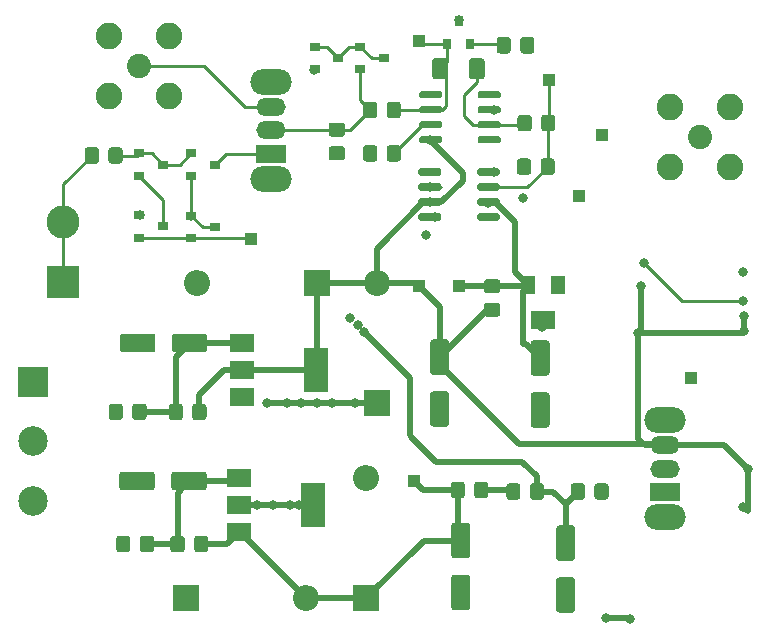
<source format=gbr>
%TF.GenerationSoftware,KiCad,Pcbnew,(5.1.8-0-10_14)*%
%TF.CreationDate,2022-02-24T11:51:48-06:00*%
%TF.ProjectId,SAQ_KiCad,5341515f-4b69-4436-9164-2e6b69636164,rev?*%
%TF.SameCoordinates,Original*%
%TF.FileFunction,Copper,L1,Top*%
%TF.FilePolarity,Positive*%
%FSLAX46Y46*%
G04 Gerber Fmt 4.6, Leading zero omitted, Abs format (unit mm)*
G04 Created by KiCad (PCBNEW (5.1.8-0-10_14)) date 2022-02-24 11:51:48*
%MOMM*%
%LPD*%
G01*
G04 APERTURE LIST*
%TA.AperFunction,ComponentPad*%
%ADD10C,2.250000*%
%TD*%
%TA.AperFunction,ComponentPad*%
%ADD11C,2.050000*%
%TD*%
%TA.AperFunction,ComponentPad*%
%ADD12R,1.000000X1.000000*%
%TD*%
%TA.AperFunction,SMDPad,CuDef*%
%ADD13R,2.000000X1.500000*%
%TD*%
%TA.AperFunction,SMDPad,CuDef*%
%ADD14R,2.000000X3.800000*%
%TD*%
%TA.AperFunction,ComponentPad*%
%ADD15O,3.500000X2.200000*%
%TD*%
%TA.AperFunction,ComponentPad*%
%ADD16O,2.500000X1.500000*%
%TD*%
%TA.AperFunction,ComponentPad*%
%ADD17R,2.500000X1.500000*%
%TD*%
%TA.AperFunction,SMDPad,CuDef*%
%ADD18R,1.300000X1.600000*%
%TD*%
%TA.AperFunction,SMDPad,CuDef*%
%ADD19R,2.000000X1.600000*%
%TD*%
%TA.AperFunction,SMDPad,CuDef*%
%ADD20R,0.800000X0.900000*%
%TD*%
%TA.AperFunction,SMDPad,CuDef*%
%ADD21R,0.900000X0.800000*%
%TD*%
%TA.AperFunction,ComponentPad*%
%ADD22C,2.500000*%
%TD*%
%TA.AperFunction,ComponentPad*%
%ADD23R,2.500000X2.500000*%
%TD*%
%TA.AperFunction,ComponentPad*%
%ADD24C,2.800000*%
%TD*%
%TA.AperFunction,ComponentPad*%
%ADD25R,2.800000X2.800000*%
%TD*%
%TA.AperFunction,ComponentPad*%
%ADD26O,2.200000X2.200000*%
%TD*%
%TA.AperFunction,ComponentPad*%
%ADD27R,2.200000X2.200000*%
%TD*%
%TA.AperFunction,ViaPad*%
%ADD28C,0.800000*%
%TD*%
%TA.AperFunction,Conductor*%
%ADD29C,0.500000*%
%TD*%
%TA.AperFunction,Conductor*%
%ADD30C,0.250000*%
%TD*%
G04 APERTURE END LIST*
D10*
%TO.P,J3,2*%
%TO.N,GND*%
X115570000Y-23876000D03*
X115570000Y-18796000D03*
X120650000Y-18796000D03*
X120650000Y-23876000D03*
D11*
%TO.P,J3,1*%
%TO.N,Net-(J3-Pad1)*%
X118110000Y-21336000D03*
%TD*%
D10*
%TO.P,J4,2*%
%TO.N,GND*%
X163068000Y-29845000D03*
X163068000Y-24765000D03*
X168148000Y-24765000D03*
X168148000Y-29845000D03*
D11*
%TO.P,J4,1*%
%TO.N,Net-(J4-Pad1)*%
X165608000Y-27305000D03*
%TD*%
%TO.P,U4,8*%
%TO.N,GND*%
%TA.AperFunction,SMDPad,CuDef*%
G36*
G01*
X143726000Y-33949500D02*
X143726000Y-34249500D01*
G75*
G02*
X143576000Y-34399500I-150000J0D01*
G01*
X141926000Y-34399500D01*
G75*
G02*
X141776000Y-34249500I0J150000D01*
G01*
X141776000Y-33949500D01*
G75*
G02*
X141926000Y-33799500I150000J0D01*
G01*
X143576000Y-33799500D01*
G75*
G02*
X143726000Y-33949500I0J-150000D01*
G01*
G37*
%TD.AperFunction*%
%TO.P,U4,7*%
%TO.N,+3V3*%
%TA.AperFunction,SMDPad,CuDef*%
G36*
G01*
X143726000Y-32679500D02*
X143726000Y-32979500D01*
G75*
G02*
X143576000Y-33129500I-150000J0D01*
G01*
X141926000Y-33129500D01*
G75*
G02*
X141776000Y-32979500I0J150000D01*
G01*
X141776000Y-32679500D01*
G75*
G02*
X141926000Y-32529500I150000J0D01*
G01*
X143576000Y-32529500D01*
G75*
G02*
X143726000Y-32679500I0J-150000D01*
G01*
G37*
%TD.AperFunction*%
%TO.P,U4,6*%
%TO.N,Net-(R16-Pad2)*%
%TA.AperFunction,SMDPad,CuDef*%
G36*
G01*
X143726000Y-31409500D02*
X143726000Y-31709500D01*
G75*
G02*
X143576000Y-31859500I-150000J0D01*
G01*
X141926000Y-31859500D01*
G75*
G02*
X141776000Y-31709500I0J150000D01*
G01*
X141776000Y-31409500D01*
G75*
G02*
X141926000Y-31259500I150000J0D01*
G01*
X143576000Y-31259500D01*
G75*
G02*
X143726000Y-31409500I0J-150000D01*
G01*
G37*
%TD.AperFunction*%
%TO.P,U4,5*%
%TO.N,N/C*%
%TA.AperFunction,SMDPad,CuDef*%
G36*
G01*
X143726000Y-30139500D02*
X143726000Y-30439500D01*
G75*
G02*
X143576000Y-30589500I-150000J0D01*
G01*
X141926000Y-30589500D01*
G75*
G02*
X141776000Y-30439500I0J150000D01*
G01*
X141776000Y-30139500D01*
G75*
G02*
X141926000Y-29989500I150000J0D01*
G01*
X143576000Y-29989500D01*
G75*
G02*
X143726000Y-30139500I0J-150000D01*
G01*
G37*
%TD.AperFunction*%
%TO.P,U4,4*%
%TO.N,GND*%
%TA.AperFunction,SMDPad,CuDef*%
G36*
G01*
X148676000Y-30139500D02*
X148676000Y-30439500D01*
G75*
G02*
X148526000Y-30589500I-150000J0D01*
G01*
X146876000Y-30589500D01*
G75*
G02*
X146726000Y-30439500I0J150000D01*
G01*
X146726000Y-30139500D01*
G75*
G02*
X146876000Y-29989500I150000J0D01*
G01*
X148526000Y-29989500D01*
G75*
G02*
X148676000Y-30139500I0J-150000D01*
G01*
G37*
%TD.AperFunction*%
%TO.P,U4,3*%
%TO.N,Net-(R13-Pad2)*%
%TA.AperFunction,SMDPad,CuDef*%
G36*
G01*
X148676000Y-31409500D02*
X148676000Y-31709500D01*
G75*
G02*
X148526000Y-31859500I-150000J0D01*
G01*
X146876000Y-31859500D01*
G75*
G02*
X146726000Y-31709500I0J150000D01*
G01*
X146726000Y-31409500D01*
G75*
G02*
X146876000Y-31259500I150000J0D01*
G01*
X148526000Y-31259500D01*
G75*
G02*
X148676000Y-31409500I0J-150000D01*
G01*
G37*
%TD.AperFunction*%
%TO.P,U4,2*%
%TO.N,VDD*%
%TA.AperFunction,SMDPad,CuDef*%
G36*
G01*
X148676000Y-32679500D02*
X148676000Y-32979500D01*
G75*
G02*
X148526000Y-33129500I-150000J0D01*
G01*
X146876000Y-33129500D01*
G75*
G02*
X146726000Y-32979500I0J150000D01*
G01*
X146726000Y-32679500D01*
G75*
G02*
X146876000Y-32529500I150000J0D01*
G01*
X148526000Y-32529500D01*
G75*
G02*
X148676000Y-32679500I0J-150000D01*
G01*
G37*
%TD.AperFunction*%
%TO.P,U4,1*%
%TO.N,N/C*%
%TA.AperFunction,SMDPad,CuDef*%
G36*
G01*
X148676000Y-33949500D02*
X148676000Y-34249500D01*
G75*
G02*
X148526000Y-34399500I-150000J0D01*
G01*
X146876000Y-34399500D01*
G75*
G02*
X146726000Y-34249500I0J150000D01*
G01*
X146726000Y-33949500D01*
G75*
G02*
X146876000Y-33799500I150000J0D01*
G01*
X148526000Y-33799500D01*
G75*
G02*
X148676000Y-33949500I0J-150000D01*
G01*
G37*
%TD.AperFunction*%
%TD*%
D12*
%TO.P,TP9,1*%
%TO.N,VEE*%
X127635000Y-35941000D03*
%TD*%
%TO.P,TP8,1*%
%TO.N,VDD*%
X145224500Y-39941500D03*
%TD*%
%TO.P,TP7,1*%
%TO.N,-3V3*%
X141414500Y-56451500D03*
%TD*%
%TO.P,TP6,1*%
%TO.N,+3V3*%
X141795500Y-39941500D03*
%TD*%
%TO.P,TP5,1*%
%TO.N,CLK*%
X164846000Y-47688500D03*
%TD*%
%TO.P,TP4,1*%
%TO.N,Net-(R15-Pad2)*%
X157289500Y-27178000D03*
%TD*%
%TO.P,TP3,1*%
%TO.N,Net-(C8-Pad1)*%
X155384500Y-32321500D03*
%TD*%
%TO.P,TP2,1*%
%TO.N,Net-(R13-Pad2)*%
X152844500Y-22479000D03*
%TD*%
%TO.P,TP1,1*%
%TO.N,Net-(C7-Pad1)*%
X141859000Y-19177000D03*
%TD*%
%TO.P,U3,8*%
%TO.N,Net-(U3-Pad8)*%
%TA.AperFunction,SMDPad,CuDef*%
G36*
G01*
X146795620Y-23911700D02*
X146795620Y-23611700D01*
G75*
G02*
X146945620Y-23461700I150000J0D01*
G01*
X148595620Y-23461700D01*
G75*
G02*
X148745620Y-23611700I0J-150000D01*
G01*
X148745620Y-23911700D01*
G75*
G02*
X148595620Y-24061700I-150000J0D01*
G01*
X146945620Y-24061700D01*
G75*
G02*
X146795620Y-23911700I0J150000D01*
G01*
G37*
%TD.AperFunction*%
%TO.P,U3,7*%
%TO.N,-3V3*%
%TA.AperFunction,SMDPad,CuDef*%
G36*
G01*
X146795620Y-25181700D02*
X146795620Y-24881700D01*
G75*
G02*
X146945620Y-24731700I150000J0D01*
G01*
X148595620Y-24731700D01*
G75*
G02*
X148745620Y-24881700I0J-150000D01*
G01*
X148745620Y-25181700D01*
G75*
G02*
X148595620Y-25331700I-150000J0D01*
G01*
X146945620Y-25331700D01*
G75*
G02*
X146795620Y-25181700I0J150000D01*
G01*
G37*
%TD.AperFunction*%
%TO.P,U3,6*%
%TO.N,Net-(C7-Pad2)*%
%TA.AperFunction,SMDPad,CuDef*%
G36*
G01*
X146795620Y-26451700D02*
X146795620Y-26151700D01*
G75*
G02*
X146945620Y-26001700I150000J0D01*
G01*
X148595620Y-26001700D01*
G75*
G02*
X148745620Y-26151700I0J-150000D01*
G01*
X148745620Y-26451700D01*
G75*
G02*
X148595620Y-26601700I-150000J0D01*
G01*
X146945620Y-26601700D01*
G75*
G02*
X146795620Y-26451700I0J150000D01*
G01*
G37*
%TD.AperFunction*%
%TO.P,U3,5*%
%TO.N,Net-(U3-Pad5)*%
%TA.AperFunction,SMDPad,CuDef*%
G36*
G01*
X146795620Y-27721700D02*
X146795620Y-27421700D01*
G75*
G02*
X146945620Y-27271700I150000J0D01*
G01*
X148595620Y-27271700D01*
G75*
G02*
X148745620Y-27421700I0J-150000D01*
G01*
X148745620Y-27721700D01*
G75*
G02*
X148595620Y-27871700I-150000J0D01*
G01*
X146945620Y-27871700D01*
G75*
G02*
X146795620Y-27721700I0J150000D01*
G01*
G37*
%TD.AperFunction*%
%TO.P,U3,4*%
%TO.N,+3V3*%
%TA.AperFunction,SMDPad,CuDef*%
G36*
G01*
X141845620Y-27721700D02*
X141845620Y-27421700D01*
G75*
G02*
X141995620Y-27271700I150000J0D01*
G01*
X143645620Y-27271700D01*
G75*
G02*
X143795620Y-27421700I0J-150000D01*
G01*
X143795620Y-27721700D01*
G75*
G02*
X143645620Y-27871700I-150000J0D01*
G01*
X141995620Y-27871700D01*
G75*
G02*
X141845620Y-27721700I0J150000D01*
G01*
G37*
%TD.AperFunction*%
%TO.P,U3,3*%
%TO.N,Net-(R12-Pad2)*%
%TA.AperFunction,SMDPad,CuDef*%
G36*
G01*
X141845620Y-26451700D02*
X141845620Y-26151700D01*
G75*
G02*
X141995620Y-26001700I150000J0D01*
G01*
X143645620Y-26001700D01*
G75*
G02*
X143795620Y-26151700I0J-150000D01*
G01*
X143795620Y-26451700D01*
G75*
G02*
X143645620Y-26601700I-150000J0D01*
G01*
X141995620Y-26601700D01*
G75*
G02*
X141845620Y-26451700I0J150000D01*
G01*
G37*
%TD.AperFunction*%
%TO.P,U3,2*%
%TO.N,Net-(C7-Pad1)*%
%TA.AperFunction,SMDPad,CuDef*%
G36*
G01*
X141845620Y-25181700D02*
X141845620Y-24881700D01*
G75*
G02*
X141995620Y-24731700I150000J0D01*
G01*
X143645620Y-24731700D01*
G75*
G02*
X143795620Y-24881700I0J-150000D01*
G01*
X143795620Y-25181700D01*
G75*
G02*
X143645620Y-25331700I-150000J0D01*
G01*
X141995620Y-25331700D01*
G75*
G02*
X141845620Y-25181700I0J150000D01*
G01*
G37*
%TD.AperFunction*%
%TO.P,U3,1*%
%TO.N,Net-(U3-Pad1)*%
%TA.AperFunction,SMDPad,CuDef*%
G36*
G01*
X141845620Y-23911700D02*
X141845620Y-23611700D01*
G75*
G02*
X141995620Y-23461700I150000J0D01*
G01*
X143645620Y-23461700D01*
G75*
G02*
X143795620Y-23611700I0J-150000D01*
G01*
X143795620Y-23911700D01*
G75*
G02*
X143645620Y-24061700I-150000J0D01*
G01*
X141995620Y-24061700D01*
G75*
G02*
X141845620Y-23911700I0J150000D01*
G01*
G37*
%TD.AperFunction*%
%TD*%
D13*
%TO.P,U2,1*%
%TO.N,Net-(C2-Pad2)*%
X126580500Y-56183500D03*
%TO.P,U2,3*%
%TO.N,-3V3*%
X126580500Y-60783500D03*
%TO.P,U2,2*%
%TO.N,Net-(D2-Pad2)*%
X126580500Y-58483500D03*
D14*
X132880500Y-58483500D03*
%TD*%
D13*
%TO.P,U1,1*%
%TO.N,Net-(C1-Pad1)*%
X126841720Y-44761120D03*
%TO.P,U1,3*%
%TO.N,Net-(D1-Pad1)*%
X126841720Y-49361120D03*
%TO.P,U1,2*%
%TO.N,+3V3*%
X126841720Y-47061120D03*
D14*
X133141720Y-47061120D03*
%TD*%
D15*
%TO.P,SW2,*%
%TO.N,*%
X162687000Y-51299500D03*
X162687000Y-59499500D03*
D16*
%TO.P,SW2,3*%
%TO.N,+3V3*%
X162687000Y-53399500D03*
%TO.P,SW2,2*%
%TO.N,Net-(SW2-Pad2)*%
X162687000Y-55399500D03*
D17*
%TO.P,SW2,1*%
%TO.N,GND*%
X162687000Y-57399500D03*
%TD*%
D15*
%TO.P,SW1,*%
%TO.N,*%
X129286000Y-22665500D03*
X129286000Y-30865500D03*
D16*
%TO.P,SW1,3*%
%TO.N,Net-(J3-Pad1)*%
X129286000Y-24765500D03*
%TO.P,SW1,2*%
%TO.N,Net-(Q5-Pad2)*%
X129286000Y-26765500D03*
D17*
%TO.P,SW1,1*%
%TO.N,Net-(Q3-Pad3)*%
X129286000Y-28765500D03*
%TD*%
D18*
%TO.P,RV1,3*%
%TO.N,VDD*%
X151086500Y-39888500D03*
D19*
%TO.P,RV1,2*%
%TO.N,GND*%
X152336500Y-42788500D03*
D18*
%TO.P,RV1,1*%
X153586500Y-39888500D03*
%TD*%
%TO.P,R16,2*%
%TO.N,Net-(R16-Pad2)*%
%TA.AperFunction,SMDPad,CuDef*%
G36*
G01*
X151317500Y-29394999D02*
X151317500Y-30295001D01*
G75*
G02*
X151067501Y-30545000I-249999J0D01*
G01*
X150367499Y-30545000D01*
G75*
G02*
X150117500Y-30295001I0J249999D01*
G01*
X150117500Y-29394999D01*
G75*
G02*
X150367499Y-29145000I249999J0D01*
G01*
X151067501Y-29145000D01*
G75*
G02*
X151317500Y-29394999I0J-249999D01*
G01*
G37*
%TD.AperFunction*%
%TO.P,R16,1*%
%TO.N,Net-(R13-Pad2)*%
%TA.AperFunction,SMDPad,CuDef*%
G36*
G01*
X153317500Y-29394999D02*
X153317500Y-30295001D01*
G75*
G02*
X153067501Y-30545000I-249999J0D01*
G01*
X152367499Y-30545000D01*
G75*
G02*
X152117500Y-30295001I0J249999D01*
G01*
X152117500Y-29394999D01*
G75*
G02*
X152367499Y-29145000I249999J0D01*
G01*
X153067501Y-29145000D01*
G75*
G02*
X153317500Y-29394999I0J-249999D01*
G01*
G37*
%TD.AperFunction*%
%TD*%
%TO.P,R14,2*%
%TO.N,Net-(Q7-Pad2)*%
%TA.AperFunction,SMDPad,CuDef*%
G36*
G01*
X149603000Y-19107999D02*
X149603000Y-20008001D01*
G75*
G02*
X149353001Y-20258000I-249999J0D01*
G01*
X148652999Y-20258000D01*
G75*
G02*
X148403000Y-20008001I0J249999D01*
G01*
X148403000Y-19107999D01*
G75*
G02*
X148652999Y-18858000I249999J0D01*
G01*
X149353001Y-18858000D01*
G75*
G02*
X149603000Y-19107999I0J-249999D01*
G01*
G37*
%TD.AperFunction*%
%TO.P,R14,1*%
%TO.N,GND*%
%TA.AperFunction,SMDPad,CuDef*%
G36*
G01*
X151603000Y-19107999D02*
X151603000Y-20008001D01*
G75*
G02*
X151353001Y-20258000I-249999J0D01*
G01*
X150652999Y-20258000D01*
G75*
G02*
X150403000Y-20008001I0J249999D01*
G01*
X150403000Y-19107999D01*
G75*
G02*
X150652999Y-18858000I249999J0D01*
G01*
X151353001Y-18858000D01*
G75*
G02*
X151603000Y-19107999I0J-249999D01*
G01*
G37*
%TD.AperFunction*%
%TD*%
%TO.P,R13,2*%
%TO.N,Net-(R13-Pad2)*%
%TA.AperFunction,SMDPad,CuDef*%
G36*
G01*
X152165000Y-26596001D02*
X152165000Y-25695999D01*
G75*
G02*
X152414999Y-25446000I249999J0D01*
G01*
X153115001Y-25446000D01*
G75*
G02*
X153365000Y-25695999I0J-249999D01*
G01*
X153365000Y-26596001D01*
G75*
G02*
X153115001Y-26846000I-249999J0D01*
G01*
X152414999Y-26846000D01*
G75*
G02*
X152165000Y-26596001I0J249999D01*
G01*
G37*
%TD.AperFunction*%
%TO.P,R13,1*%
%TO.N,Net-(C7-Pad2)*%
%TA.AperFunction,SMDPad,CuDef*%
G36*
G01*
X150165000Y-26596001D02*
X150165000Y-25695999D01*
G75*
G02*
X150414999Y-25446000I249999J0D01*
G01*
X151115001Y-25446000D01*
G75*
G02*
X151365000Y-25695999I0J-249999D01*
G01*
X151365000Y-26596001D01*
G75*
G02*
X151115001Y-26846000I-249999J0D01*
G01*
X150414999Y-26846000D01*
G75*
G02*
X150165000Y-26596001I0J249999D01*
G01*
G37*
%TD.AperFunction*%
%TD*%
%TO.P,R12,2*%
%TO.N,Net-(R12-Pad2)*%
%TA.AperFunction,SMDPad,CuDef*%
G36*
G01*
X139093400Y-29162161D02*
X139093400Y-28262159D01*
G75*
G02*
X139343399Y-28012160I249999J0D01*
G01*
X140043401Y-28012160D01*
G75*
G02*
X140293400Y-28262159I0J-249999D01*
G01*
X140293400Y-29162161D01*
G75*
G02*
X140043401Y-29412160I-249999J0D01*
G01*
X139343399Y-29412160D01*
G75*
G02*
X139093400Y-29162161I0J249999D01*
G01*
G37*
%TD.AperFunction*%
%TO.P,R12,1*%
%TO.N,GND*%
%TA.AperFunction,SMDPad,CuDef*%
G36*
G01*
X137093400Y-29162161D02*
X137093400Y-28262159D01*
G75*
G02*
X137343399Y-28012160I249999J0D01*
G01*
X138043401Y-28012160D01*
G75*
G02*
X138293400Y-28262159I0J-249999D01*
G01*
X138293400Y-29162161D01*
G75*
G02*
X138043401Y-29412160I-249999J0D01*
G01*
X137343399Y-29412160D01*
G75*
G02*
X137093400Y-29162161I0J249999D01*
G01*
G37*
%TD.AperFunction*%
%TD*%
%TO.P,R11,2*%
%TO.N,Net-(C7-Pad1)*%
%TA.AperFunction,SMDPad,CuDef*%
G36*
G01*
X139093400Y-25484241D02*
X139093400Y-24584239D01*
G75*
G02*
X139343399Y-24334240I249999J0D01*
G01*
X140043401Y-24334240D01*
G75*
G02*
X140293400Y-24584239I0J-249999D01*
G01*
X140293400Y-25484241D01*
G75*
G02*
X140043401Y-25734240I-249999J0D01*
G01*
X139343399Y-25734240D01*
G75*
G02*
X139093400Y-25484241I0J249999D01*
G01*
G37*
%TD.AperFunction*%
%TO.P,R11,1*%
%TO.N,Net-(Q5-Pad2)*%
%TA.AperFunction,SMDPad,CuDef*%
G36*
G01*
X137093400Y-25484241D02*
X137093400Y-24584239D01*
G75*
G02*
X137343399Y-24334240I249999J0D01*
G01*
X138043401Y-24334240D01*
G75*
G02*
X138293400Y-24584239I0J-249999D01*
G01*
X138293400Y-25484241D01*
G75*
G02*
X138043401Y-25734240I-249999J0D01*
G01*
X137343399Y-25734240D01*
G75*
G02*
X137093400Y-25484241I0J249999D01*
G01*
G37*
%TD.AperFunction*%
%TD*%
%TO.P,R10,2*%
%TO.N,Net-(Q5-Pad2)*%
%TA.AperFunction,SMDPad,CuDef*%
G36*
G01*
X135324001Y-27302000D02*
X134423999Y-27302000D01*
G75*
G02*
X134174000Y-27052001I0J249999D01*
G01*
X134174000Y-26351999D01*
G75*
G02*
X134423999Y-26102000I249999J0D01*
G01*
X135324001Y-26102000D01*
G75*
G02*
X135574000Y-26351999I0J-249999D01*
G01*
X135574000Y-27052001D01*
G75*
G02*
X135324001Y-27302000I-249999J0D01*
G01*
G37*
%TD.AperFunction*%
%TO.P,R10,1*%
%TO.N,GND*%
%TA.AperFunction,SMDPad,CuDef*%
G36*
G01*
X135324001Y-29302000D02*
X134423999Y-29302000D01*
G75*
G02*
X134174000Y-29052001I0J249999D01*
G01*
X134174000Y-28351999D01*
G75*
G02*
X134423999Y-28102000I249999J0D01*
G01*
X135324001Y-28102000D01*
G75*
G02*
X135574000Y-28351999I0J-249999D01*
G01*
X135574000Y-29052001D01*
G75*
G02*
X135324001Y-29302000I-249999J0D01*
G01*
G37*
%TD.AperFunction*%
%TD*%
%TO.P,R9,2*%
%TO.N,VEE*%
%TA.AperFunction,SMDPad,CuDef*%
G36*
G01*
X155873500Y-56890499D02*
X155873500Y-57790501D01*
G75*
G02*
X155623501Y-58040500I-249999J0D01*
G01*
X154923499Y-58040500D01*
G75*
G02*
X154673500Y-57790501I0J249999D01*
G01*
X154673500Y-56890499D01*
G75*
G02*
X154923499Y-56640500I249999J0D01*
G01*
X155623501Y-56640500D01*
G75*
G02*
X155873500Y-56890499I0J-249999D01*
G01*
G37*
%TD.AperFunction*%
%TO.P,R9,1*%
%TO.N,GND*%
%TA.AperFunction,SMDPad,CuDef*%
G36*
G01*
X157873500Y-56890499D02*
X157873500Y-57790501D01*
G75*
G02*
X157623501Y-58040500I-249999J0D01*
G01*
X156923499Y-58040500D01*
G75*
G02*
X156673500Y-57790501I0J249999D01*
G01*
X156673500Y-56890499D01*
G75*
G02*
X156923499Y-56640500I249999J0D01*
G01*
X157623501Y-56640500D01*
G75*
G02*
X157873500Y-56890499I0J-249999D01*
G01*
G37*
%TD.AperFunction*%
%TD*%
%TO.P,R8,2*%
%TO.N,Net-(R6-Pad1)*%
%TA.AperFunction,SMDPad,CuDef*%
G36*
G01*
X150412500Y-56890499D02*
X150412500Y-57790501D01*
G75*
G02*
X150162501Y-58040500I-249999J0D01*
G01*
X149462499Y-58040500D01*
G75*
G02*
X149212500Y-57790501I0J249999D01*
G01*
X149212500Y-56890499D01*
G75*
G02*
X149462499Y-56640500I249999J0D01*
G01*
X150162501Y-56640500D01*
G75*
G02*
X150412500Y-56890499I0J-249999D01*
G01*
G37*
%TD.AperFunction*%
%TO.P,R8,1*%
%TO.N,VEE*%
%TA.AperFunction,SMDPad,CuDef*%
G36*
G01*
X152412500Y-56890499D02*
X152412500Y-57790501D01*
G75*
G02*
X152162501Y-58040500I-249999J0D01*
G01*
X151462499Y-58040500D01*
G75*
G02*
X151212500Y-57790501I0J249999D01*
G01*
X151212500Y-56890499D01*
G75*
G02*
X151462499Y-56640500I249999J0D01*
G01*
X152162501Y-56640500D01*
G75*
G02*
X152412500Y-56890499I0J-249999D01*
G01*
G37*
%TD.AperFunction*%
%TD*%
%TO.P,R7,2*%
%TO.N,+3V3*%
%TA.AperFunction,SMDPad,CuDef*%
G36*
G01*
X147568499Y-41357500D02*
X148468501Y-41357500D01*
G75*
G02*
X148718500Y-41607499I0J-249999D01*
G01*
X148718500Y-42307501D01*
G75*
G02*
X148468501Y-42557500I-249999J0D01*
G01*
X147568499Y-42557500D01*
G75*
G02*
X147318500Y-42307501I0J249999D01*
G01*
X147318500Y-41607499D01*
G75*
G02*
X147568499Y-41357500I249999J0D01*
G01*
G37*
%TD.AperFunction*%
%TO.P,R7,1*%
%TO.N,VDD*%
%TA.AperFunction,SMDPad,CuDef*%
G36*
G01*
X147568499Y-39357500D02*
X148468501Y-39357500D01*
G75*
G02*
X148718500Y-39607499I0J-249999D01*
G01*
X148718500Y-40307501D01*
G75*
G02*
X148468501Y-40557500I-249999J0D01*
G01*
X147568499Y-40557500D01*
G75*
G02*
X147318500Y-40307501I0J249999D01*
G01*
X147318500Y-39607499D01*
G75*
G02*
X147568499Y-39357500I249999J0D01*
G01*
G37*
%TD.AperFunction*%
%TD*%
%TO.P,R6,2*%
%TO.N,-3V3*%
%TA.AperFunction,SMDPad,CuDef*%
G36*
G01*
X145697500Y-56763499D02*
X145697500Y-57663501D01*
G75*
G02*
X145447501Y-57913500I-249999J0D01*
G01*
X144747499Y-57913500D01*
G75*
G02*
X144497500Y-57663501I0J249999D01*
G01*
X144497500Y-56763499D01*
G75*
G02*
X144747499Y-56513500I249999J0D01*
G01*
X145447501Y-56513500D01*
G75*
G02*
X145697500Y-56763499I0J-249999D01*
G01*
G37*
%TD.AperFunction*%
%TO.P,R6,1*%
%TO.N,Net-(R6-Pad1)*%
%TA.AperFunction,SMDPad,CuDef*%
G36*
G01*
X147697500Y-56763499D02*
X147697500Y-57663501D01*
G75*
G02*
X147447501Y-57913500I-249999J0D01*
G01*
X146747499Y-57913500D01*
G75*
G02*
X146497500Y-57663501I0J249999D01*
G01*
X146497500Y-56763499D01*
G75*
G02*
X146747499Y-56513500I249999J0D01*
G01*
X147447501Y-56513500D01*
G75*
G02*
X147697500Y-56763499I0J-249999D01*
G01*
G37*
%TD.AperFunction*%
%TD*%
%TO.P,R5,2*%
%TO.N,-3V3*%
%TA.AperFunction,SMDPad,CuDef*%
G36*
G01*
X122780500Y-62235501D02*
X122780500Y-61335499D01*
G75*
G02*
X123030499Y-61085500I249999J0D01*
G01*
X123730501Y-61085500D01*
G75*
G02*
X123980500Y-61335499I0J-249999D01*
G01*
X123980500Y-62235501D01*
G75*
G02*
X123730501Y-62485500I-249999J0D01*
G01*
X123030499Y-62485500D01*
G75*
G02*
X122780500Y-62235501I0J249999D01*
G01*
G37*
%TD.AperFunction*%
%TO.P,R5,1*%
%TO.N,Net-(C2-Pad2)*%
%TA.AperFunction,SMDPad,CuDef*%
G36*
G01*
X120780500Y-62235501D02*
X120780500Y-61335499D01*
G75*
G02*
X121030499Y-61085500I249999J0D01*
G01*
X121730501Y-61085500D01*
G75*
G02*
X121980500Y-61335499I0J-249999D01*
G01*
X121980500Y-62235501D01*
G75*
G02*
X121730501Y-62485500I-249999J0D01*
G01*
X121030499Y-62485500D01*
G75*
G02*
X120780500Y-62235501I0J249999D01*
G01*
G37*
%TD.AperFunction*%
%TD*%
%TO.P,R4,2*%
%TO.N,Net-(C1-Pad1)*%
%TA.AperFunction,SMDPad,CuDef*%
G36*
G01*
X121837500Y-50159499D02*
X121837500Y-51059501D01*
G75*
G02*
X121587501Y-51309500I-249999J0D01*
G01*
X120887499Y-51309500D01*
G75*
G02*
X120637500Y-51059501I0J249999D01*
G01*
X120637500Y-50159499D01*
G75*
G02*
X120887499Y-49909500I249999J0D01*
G01*
X121587501Y-49909500D01*
G75*
G02*
X121837500Y-50159499I0J-249999D01*
G01*
G37*
%TD.AperFunction*%
%TO.P,R4,1*%
%TO.N,+3V3*%
%TA.AperFunction,SMDPad,CuDef*%
G36*
G01*
X123837500Y-50159499D02*
X123837500Y-51059501D01*
G75*
G02*
X123587501Y-51309500I-249999J0D01*
G01*
X122887499Y-51309500D01*
G75*
G02*
X122637500Y-51059501I0J249999D01*
G01*
X122637500Y-50159499D01*
G75*
G02*
X122887499Y-49909500I249999J0D01*
G01*
X123587501Y-49909500D01*
G75*
G02*
X123837500Y-50159499I0J-249999D01*
G01*
G37*
%TD.AperFunction*%
%TD*%
%TO.P,R3,2*%
%TO.N,Net-(C2-Pad2)*%
%TA.AperFunction,SMDPad,CuDef*%
G36*
G01*
X118192500Y-62235501D02*
X118192500Y-61335499D01*
G75*
G02*
X118442499Y-61085500I249999J0D01*
G01*
X119142501Y-61085500D01*
G75*
G02*
X119392500Y-61335499I0J-249999D01*
G01*
X119392500Y-62235501D01*
G75*
G02*
X119142501Y-62485500I-249999J0D01*
G01*
X118442499Y-62485500D01*
G75*
G02*
X118192500Y-62235501I0J249999D01*
G01*
G37*
%TD.AperFunction*%
%TO.P,R3,1*%
%TO.N,GND*%
%TA.AperFunction,SMDPad,CuDef*%
G36*
G01*
X116192500Y-62235501D02*
X116192500Y-61335499D01*
G75*
G02*
X116442499Y-61085500I249999J0D01*
G01*
X117142501Y-61085500D01*
G75*
G02*
X117392500Y-61335499I0J-249999D01*
G01*
X117392500Y-62235501D01*
G75*
G02*
X117142501Y-62485500I-249999J0D01*
G01*
X116442499Y-62485500D01*
G75*
G02*
X116192500Y-62235501I0J249999D01*
G01*
G37*
%TD.AperFunction*%
%TD*%
%TO.P,R2,2*%
%TO.N,GND*%
%TA.AperFunction,SMDPad,CuDef*%
G36*
G01*
X116757500Y-50143499D02*
X116757500Y-51043501D01*
G75*
G02*
X116507501Y-51293500I-249999J0D01*
G01*
X115807499Y-51293500D01*
G75*
G02*
X115557500Y-51043501I0J249999D01*
G01*
X115557500Y-50143499D01*
G75*
G02*
X115807499Y-49893500I249999J0D01*
G01*
X116507501Y-49893500D01*
G75*
G02*
X116757500Y-50143499I0J-249999D01*
G01*
G37*
%TD.AperFunction*%
%TO.P,R2,1*%
%TO.N,Net-(C1-Pad1)*%
%TA.AperFunction,SMDPad,CuDef*%
G36*
G01*
X118757500Y-50143499D02*
X118757500Y-51043501D01*
G75*
G02*
X118507501Y-51293500I-249999J0D01*
G01*
X117807499Y-51293500D01*
G75*
G02*
X117557500Y-51043501I0J249999D01*
G01*
X117557500Y-50143499D01*
G75*
G02*
X117807499Y-49893500I249999J0D01*
G01*
X118507501Y-49893500D01*
G75*
G02*
X118757500Y-50143499I0J-249999D01*
G01*
G37*
%TD.AperFunction*%
%TD*%
%TO.P,R1,2*%
%TO.N,Net-(J1-Pad1)*%
%TA.AperFunction,SMDPad,CuDef*%
G36*
G01*
X114725500Y-28442499D02*
X114725500Y-29342501D01*
G75*
G02*
X114475501Y-29592500I-249999J0D01*
G01*
X113775499Y-29592500D01*
G75*
G02*
X113525500Y-29342501I0J249999D01*
G01*
X113525500Y-28442499D01*
G75*
G02*
X113775499Y-28192500I249999J0D01*
G01*
X114475501Y-28192500D01*
G75*
G02*
X114725500Y-28442499I0J-249999D01*
G01*
G37*
%TD.AperFunction*%
%TO.P,R1,1*%
%TO.N,Net-(Q1-Pad1)*%
%TA.AperFunction,SMDPad,CuDef*%
G36*
G01*
X116725500Y-28442499D02*
X116725500Y-29342501D01*
G75*
G02*
X116475501Y-29592500I-249999J0D01*
G01*
X115775499Y-29592500D01*
G75*
G02*
X115525500Y-29342501I0J249999D01*
G01*
X115525500Y-28442499D01*
G75*
G02*
X115775499Y-28192500I249999J0D01*
G01*
X116475501Y-28192500D01*
G75*
G02*
X116725500Y-28442499I0J-249999D01*
G01*
G37*
%TD.AperFunction*%
%TD*%
D20*
%TO.P,Q7,3*%
%TO.N,Net-(Q7-Pad3)*%
X145177000Y-17481000D03*
%TO.P,Q7,2*%
%TO.N,Net-(Q7-Pad2)*%
X146127000Y-19481000D03*
%TO.P,Q7,1*%
%TO.N,Net-(C7-Pad1)*%
X144227000Y-19481000D03*
%TD*%
D21*
%TO.P,Q6,3*%
%TO.N,Net-(Q5-Pad1)*%
X134985000Y-20637500D03*
%TO.P,Q6,2*%
%TO.N,GND*%
X132985000Y-21587500D03*
%TO.P,Q6,1*%
%TO.N,Net-(Q5-Pad1)*%
X132985000Y-19687500D03*
%TD*%
%TO.P,Q5,3*%
%TO.N,Net-(Q5-Pad1)*%
X138858500Y-20637500D03*
%TO.P,Q5,2*%
%TO.N,Net-(Q5-Pad2)*%
X136858500Y-21587500D03*
%TO.P,Q5,1*%
%TO.N,Net-(Q5-Pad1)*%
X136858500Y-19687500D03*
%TD*%
%TO.P,Q4,3*%
%TO.N,Net-(Q2-Pad1)*%
X124550680Y-34925000D03*
%TO.P,Q4,2*%
%TO.N,VEE*%
X122550680Y-35875000D03*
%TO.P,Q4,1*%
%TO.N,Net-(Q2-Pad1)*%
X122550680Y-33975000D03*
%TD*%
%TO.P,Q3,3*%
%TO.N,Net-(Q3-Pad3)*%
X124550680Y-29667200D03*
%TO.P,Q3,2*%
%TO.N,Net-(Q2-Pad1)*%
X122550680Y-30617200D03*
%TO.P,Q3,1*%
%TO.N,Net-(Q1-Pad1)*%
X122550680Y-28717200D03*
%TD*%
%TO.P,Q2,3*%
%TO.N,Net-(Q1-Pad2)*%
X120151400Y-34891980D03*
%TO.P,Q2,2*%
%TO.N,VEE*%
X118151400Y-35841980D03*
%TO.P,Q2,1*%
%TO.N,Net-(Q2-Pad1)*%
X118151400Y-33941980D03*
%TD*%
%TO.P,Q1,3*%
%TO.N,Net-(Q1-Pad1)*%
X120151400Y-29667200D03*
%TO.P,Q1,2*%
%TO.N,Net-(Q1-Pad2)*%
X118151400Y-30617200D03*
%TO.P,Q1,1*%
%TO.N,Net-(Q1-Pad1)*%
X118151400Y-28717200D03*
%TD*%
D22*
%TO.P,J2,3*%
%TO.N,Net-(D2-Pad2)*%
X109156500Y-58102500D03*
%TO.P,J2,2*%
%TO.N,GND*%
X109156500Y-53102500D03*
D23*
%TO.P,J2,1*%
%TO.N,Net-(D1-Pad1)*%
X109156500Y-48102500D03*
%TD*%
D24*
%TO.P,J1,2*%
%TO.N,Net-(J1-Pad1)*%
X111696500Y-34560500D03*
D25*
%TO.P,J1,1*%
X111696500Y-39560500D03*
%TD*%
D26*
%TO.P,D4,2*%
%TO.N,-3V3*%
X132270500Y-66357500D03*
D27*
%TO.P,D4,1*%
%TO.N,GND*%
X122110500Y-66357500D03*
%TD*%
D26*
%TO.P,D3,2*%
%TO.N,GND*%
X122999500Y-39687500D03*
D27*
%TO.P,D3,1*%
%TO.N,+3V3*%
X133159500Y-39687500D03*
%TD*%
D26*
%TO.P,D2,2*%
%TO.N,Net-(D2-Pad2)*%
X137350500Y-56197500D03*
D27*
%TO.P,D2,1*%
%TO.N,-3V3*%
X137350500Y-66357500D03*
%TD*%
D26*
%TO.P,D1,2*%
%TO.N,+3V3*%
X138239500Y-39687500D03*
D27*
%TO.P,D1,1*%
%TO.N,Net-(D1-Pad1)*%
X138239500Y-49847500D03*
%TD*%
%TO.P,C7,2*%
%TO.N,Net-(C7-Pad2)*%
%TA.AperFunction,SMDPad,CuDef*%
G36*
G01*
X146061000Y-22201503D02*
X146061000Y-20901497D01*
G75*
G02*
X146310997Y-20651500I249997J0D01*
G01*
X147136003Y-20651500D01*
G75*
G02*
X147386000Y-20901497I0J-249997D01*
G01*
X147386000Y-22201503D01*
G75*
G02*
X147136003Y-22451500I-249997J0D01*
G01*
X146310997Y-22451500D01*
G75*
G02*
X146061000Y-22201503I0J249997D01*
G01*
G37*
%TD.AperFunction*%
%TO.P,C7,1*%
%TO.N,Net-(C7-Pad1)*%
%TA.AperFunction,SMDPad,CuDef*%
G36*
G01*
X142936000Y-22201503D02*
X142936000Y-20901497D01*
G75*
G02*
X143185997Y-20651500I249997J0D01*
G01*
X144011003Y-20651500D01*
G75*
G02*
X144261000Y-20901497I0J-249997D01*
G01*
X144261000Y-22201503D01*
G75*
G02*
X144011003Y-22451500I-249997J0D01*
G01*
X143185997Y-22451500D01*
G75*
G02*
X142936000Y-22201503I0J249997D01*
G01*
G37*
%TD.AperFunction*%
%TD*%
%TO.P,C6,2*%
%TO.N,VEE*%
%TA.AperFunction,SMDPad,CuDef*%
G36*
G01*
X154791500Y-63203500D02*
X153691500Y-63203500D01*
G75*
G02*
X153441500Y-62953500I0J250000D01*
G01*
X153441500Y-60453500D01*
G75*
G02*
X153691500Y-60203500I250000J0D01*
G01*
X154791500Y-60203500D01*
G75*
G02*
X155041500Y-60453500I0J-250000D01*
G01*
X155041500Y-62953500D01*
G75*
G02*
X154791500Y-63203500I-250000J0D01*
G01*
G37*
%TD.AperFunction*%
%TO.P,C6,1*%
%TO.N,GND*%
%TA.AperFunction,SMDPad,CuDef*%
G36*
G01*
X154791500Y-67603500D02*
X153691500Y-67603500D01*
G75*
G02*
X153441500Y-67353500I0J250000D01*
G01*
X153441500Y-64853500D01*
G75*
G02*
X153691500Y-64603500I250000J0D01*
G01*
X154791500Y-64603500D01*
G75*
G02*
X155041500Y-64853500I0J-250000D01*
G01*
X155041500Y-67353500D01*
G75*
G02*
X154791500Y-67603500I-250000J0D01*
G01*
G37*
%TD.AperFunction*%
%TD*%
%TO.P,C5,2*%
%TO.N,GND*%
%TA.AperFunction,SMDPad,CuDef*%
G36*
G01*
X151532500Y-48937500D02*
X152632500Y-48937500D01*
G75*
G02*
X152882500Y-49187500I0J-250000D01*
G01*
X152882500Y-51687500D01*
G75*
G02*
X152632500Y-51937500I-250000J0D01*
G01*
X151532500Y-51937500D01*
G75*
G02*
X151282500Y-51687500I0J250000D01*
G01*
X151282500Y-49187500D01*
G75*
G02*
X151532500Y-48937500I250000J0D01*
G01*
G37*
%TD.AperFunction*%
%TO.P,C5,1*%
%TO.N,VDD*%
%TA.AperFunction,SMDPad,CuDef*%
G36*
G01*
X151532500Y-44537500D02*
X152632500Y-44537500D01*
G75*
G02*
X152882500Y-44787500I0J-250000D01*
G01*
X152882500Y-47287500D01*
G75*
G02*
X152632500Y-47537500I-250000J0D01*
G01*
X151532500Y-47537500D01*
G75*
G02*
X151282500Y-47287500I0J250000D01*
G01*
X151282500Y-44787500D01*
G75*
G02*
X151532500Y-44537500I250000J0D01*
G01*
G37*
%TD.AperFunction*%
%TD*%
%TO.P,C4,2*%
%TO.N,-3V3*%
%TA.AperFunction,SMDPad,CuDef*%
G36*
G01*
X145901500Y-62990500D02*
X144801500Y-62990500D01*
G75*
G02*
X144551500Y-62740500I0J250000D01*
G01*
X144551500Y-60240500D01*
G75*
G02*
X144801500Y-59990500I250000J0D01*
G01*
X145901500Y-59990500D01*
G75*
G02*
X146151500Y-60240500I0J-250000D01*
G01*
X146151500Y-62740500D01*
G75*
G02*
X145901500Y-62990500I-250000J0D01*
G01*
G37*
%TD.AperFunction*%
%TO.P,C4,1*%
%TO.N,GND*%
%TA.AperFunction,SMDPad,CuDef*%
G36*
G01*
X145901500Y-67390500D02*
X144801500Y-67390500D01*
G75*
G02*
X144551500Y-67140500I0J250000D01*
G01*
X144551500Y-64640500D01*
G75*
G02*
X144801500Y-64390500I250000J0D01*
G01*
X145901500Y-64390500D01*
G75*
G02*
X146151500Y-64640500I0J-250000D01*
G01*
X146151500Y-67140500D01*
G75*
G02*
X145901500Y-67390500I-250000J0D01*
G01*
G37*
%TD.AperFunction*%
%TD*%
%TO.P,C3,2*%
%TO.N,GND*%
%TA.AperFunction,SMDPad,CuDef*%
G36*
G01*
X143023500Y-48855500D02*
X144123500Y-48855500D01*
G75*
G02*
X144373500Y-49105500I0J-250000D01*
G01*
X144373500Y-51605500D01*
G75*
G02*
X144123500Y-51855500I-250000J0D01*
G01*
X143023500Y-51855500D01*
G75*
G02*
X142773500Y-51605500I0J250000D01*
G01*
X142773500Y-49105500D01*
G75*
G02*
X143023500Y-48855500I250000J0D01*
G01*
G37*
%TD.AperFunction*%
%TO.P,C3,1*%
%TO.N,+3V3*%
%TA.AperFunction,SMDPad,CuDef*%
G36*
G01*
X143023500Y-44455500D02*
X144123500Y-44455500D01*
G75*
G02*
X144373500Y-44705500I0J-250000D01*
G01*
X144373500Y-47205500D01*
G75*
G02*
X144123500Y-47455500I-250000J0D01*
G01*
X143023500Y-47455500D01*
G75*
G02*
X142773500Y-47205500I0J250000D01*
G01*
X142773500Y-44705500D01*
G75*
G02*
X143023500Y-44455500I250000J0D01*
G01*
G37*
%TD.AperFunction*%
%TD*%
%TO.P,C2,2*%
%TO.N,Net-(C2-Pad2)*%
%TA.AperFunction,SMDPad,CuDef*%
G36*
G01*
X120864500Y-57001500D02*
X120864500Y-55901500D01*
G75*
G02*
X121114500Y-55651500I250000J0D01*
G01*
X123614500Y-55651500D01*
G75*
G02*
X123864500Y-55901500I0J-250000D01*
G01*
X123864500Y-57001500D01*
G75*
G02*
X123614500Y-57251500I-250000J0D01*
G01*
X121114500Y-57251500D01*
G75*
G02*
X120864500Y-57001500I0J250000D01*
G01*
G37*
%TD.AperFunction*%
%TO.P,C2,1*%
%TO.N,GND*%
%TA.AperFunction,SMDPad,CuDef*%
G36*
G01*
X116464500Y-57001500D02*
X116464500Y-55901500D01*
G75*
G02*
X116714500Y-55651500I250000J0D01*
G01*
X119214500Y-55651500D01*
G75*
G02*
X119464500Y-55901500I0J-250000D01*
G01*
X119464500Y-57001500D01*
G75*
G02*
X119214500Y-57251500I-250000J0D01*
G01*
X116714500Y-57251500D01*
G75*
G02*
X116464500Y-57001500I0J250000D01*
G01*
G37*
%TD.AperFunction*%
%TD*%
%TO.P,C1,2*%
%TO.N,GND*%
%TA.AperFunction,SMDPad,CuDef*%
G36*
G01*
X119505500Y-44217500D02*
X119505500Y-45317500D01*
G75*
G02*
X119255500Y-45567500I-250000J0D01*
G01*
X116755500Y-45567500D01*
G75*
G02*
X116505500Y-45317500I0J250000D01*
G01*
X116505500Y-44217500D01*
G75*
G02*
X116755500Y-43967500I250000J0D01*
G01*
X119255500Y-43967500D01*
G75*
G02*
X119505500Y-44217500I0J-250000D01*
G01*
G37*
%TD.AperFunction*%
%TO.P,C1,1*%
%TO.N,Net-(C1-Pad1)*%
%TA.AperFunction,SMDPad,CuDef*%
G36*
G01*
X123905500Y-44217500D02*
X123905500Y-45317500D01*
G75*
G02*
X123655500Y-45567500I-250000J0D01*
G01*
X121155500Y-45567500D01*
G75*
G02*
X120905500Y-45317500I0J250000D01*
G01*
X120905500Y-44217500D01*
G75*
G02*
X121155500Y-43967500I250000J0D01*
G01*
X123655500Y-43967500D01*
G75*
G02*
X123905500Y-44217500I0J-250000D01*
G01*
G37*
%TD.AperFunction*%
%TD*%
D28*
%TO.N,GND*%
X118046500Y-56451500D03*
X117157500Y-56515000D03*
X142430500Y-35623500D03*
X148145500Y-30289500D03*
X152146000Y-49657000D03*
X143510000Y-49403000D03*
X157353000Y-57213500D03*
X116840000Y-61785500D03*
X145288000Y-66611500D03*
X145415000Y-65151000D03*
X154368500Y-66675000D03*
X154368500Y-65468500D03*
X134874000Y-28702000D03*
X137604500Y-28765500D03*
X143192500Y-34099500D03*
X151003000Y-19621500D03*
X132905500Y-21653500D03*
X118173500Y-44767500D03*
X116141500Y-50673000D03*
X143573500Y-50546000D03*
X152146000Y-50673000D03*
X152209500Y-43434000D03*
X153670000Y-39814500D03*
X159702500Y-68135500D03*
X157670500Y-68072000D03*
%TO.N,+3V3*%
X143573500Y-46609000D03*
X142748000Y-32829500D03*
X142748000Y-27559000D03*
X143573500Y-45275500D03*
X169672000Y-55435500D03*
X169354500Y-43751500D03*
X169291000Y-38735000D03*
X160655000Y-39941500D03*
X160401000Y-43878500D03*
X169354500Y-42481500D03*
X169227500Y-58674000D03*
%TO.N,-3V3*%
X148209000Y-25019000D03*
%TO.N,VDD*%
X147701000Y-32893000D03*
%TO.N,VEE*%
X135953500Y-42608500D03*
X136620250Y-43275250D03*
X137160000Y-43815000D03*
%TO.N,Net-(D1-Pad1)*%
X136398000Y-49847500D03*
X134493000Y-49847500D03*
X133223000Y-49847500D03*
X131826000Y-49847500D03*
X130619500Y-49847500D03*
X128968500Y-49847500D03*
X127100550Y-49619950D03*
%TO.N,Net-(D2-Pad2)*%
X133032500Y-59753500D03*
X132715000Y-57277000D03*
X126580500Y-58483500D03*
X128143000Y-58483500D03*
X129476500Y-58483500D03*
X130873500Y-58483500D03*
X131699000Y-58483500D03*
X132924750Y-58439250D03*
%TO.N,Net-(Q2-Pad1)*%
X118173500Y-33909000D03*
X122550680Y-33975000D03*
%TO.N,Net-(Q7-Pad3)*%
X145224500Y-17399000D03*
%TO.N,Net-(R15-Pad2)*%
X169227500Y-41211500D03*
X160866750Y-38015250D03*
%TO.N,Net-(R16-Pad2)*%
X150622000Y-32448500D03*
X142751000Y-31559500D03*
X150701500Y-29829000D03*
%TD*%
D29*
%TO.N,GND*%
X159639000Y-68072000D02*
X159702500Y-68135500D01*
X157670500Y-68072000D02*
X159639000Y-68072000D01*
%TO.N,Net-(C1-Pad1)*%
X121221500Y-50593500D02*
X121237500Y-50609500D01*
X118157500Y-50593500D02*
X121221500Y-50593500D01*
X126835340Y-44767500D02*
X126841720Y-44761120D01*
X122405500Y-44767500D02*
X126835340Y-44767500D01*
X121237500Y-45935500D02*
X122405500Y-44767500D01*
X121237500Y-50609500D02*
X121237500Y-45935500D01*
%TO.N,Net-(C2-Pad2)*%
X121380500Y-61785500D02*
X118792500Y-61785500D01*
X121380500Y-57435500D02*
X122364500Y-56451500D01*
X121380500Y-61785500D02*
X121380500Y-57435500D01*
X126312500Y-56451500D02*
X126580500Y-56183500D01*
X122364500Y-56451500D02*
X126312500Y-56451500D01*
%TO.N,+3V3*%
X147571500Y-41957500D02*
X148018500Y-41957500D01*
X143573500Y-45955500D02*
X147571500Y-41957500D01*
X143573500Y-41719500D02*
X141795500Y-39941500D01*
X143573500Y-45955500D02*
X143573500Y-45275500D01*
X126841720Y-47061120D02*
X133141720Y-47061120D01*
X133159500Y-47043340D02*
X133141720Y-47061120D01*
X133159500Y-39687500D02*
X133159500Y-47043340D01*
X133159500Y-39687500D02*
X138239500Y-39687500D01*
X141541500Y-39687500D02*
X141795500Y-39941500D01*
X138239500Y-39687500D02*
X141541500Y-39687500D01*
X125341720Y-47061120D02*
X123237500Y-49165340D01*
X123237500Y-49165340D02*
X123237500Y-50609500D01*
X126841720Y-47061120D02*
X125341720Y-47061120D01*
X142748000Y-27559000D02*
X145542000Y-30353000D01*
X143726000Y-32829500D02*
X142751000Y-32829500D01*
X145542000Y-31013500D02*
X143726000Y-32829500D01*
X145542000Y-30353000D02*
X145542000Y-31013500D01*
X138239500Y-36772315D02*
X138239500Y-39687500D01*
X142182315Y-32829500D02*
X138239500Y-36772315D01*
X142748000Y-32829500D02*
X142182315Y-32829500D01*
X143573500Y-45275500D02*
X143573500Y-41719500D01*
X160655000Y-43624500D02*
X160401000Y-43878500D01*
X160655000Y-39941500D02*
X160655000Y-43624500D01*
X162627500Y-53340000D02*
X162687000Y-53399500D01*
X150304500Y-53340000D02*
X162627500Y-53340000D01*
X143573500Y-46609000D02*
X150304500Y-53340000D01*
X167636000Y-53399500D02*
X169672000Y-55435500D01*
X162687000Y-53399500D02*
X167636000Y-53399500D01*
X169672000Y-55435500D02*
X169672000Y-58991500D01*
X169354500Y-58674000D02*
X169227500Y-58674000D01*
X169672000Y-58991500D02*
X169354500Y-58674000D01*
X160937000Y-53399500D02*
X162687000Y-53399500D01*
X160401000Y-52863500D02*
X160937000Y-53399500D01*
X160401000Y-43878500D02*
X160401000Y-52863500D01*
X169227500Y-43878500D02*
X169354500Y-43751500D01*
X160401000Y-43878500D02*
X169227500Y-43878500D01*
X169354500Y-43751500D02*
X169354500Y-42481500D01*
%TO.N,-3V3*%
X125578500Y-61785500D02*
X126580500Y-60783500D01*
X123380500Y-61785500D02*
X125578500Y-61785500D01*
X126696500Y-60783500D02*
X132270500Y-66357500D01*
X126580500Y-60783500D02*
X126696500Y-60783500D01*
X132270500Y-66357500D02*
X137350500Y-66357500D01*
X142217500Y-61490500D02*
X137350500Y-66357500D01*
X145351500Y-61490500D02*
X142217500Y-61490500D01*
X145097500Y-61236500D02*
X145351500Y-61490500D01*
X145097500Y-57213500D02*
X145097500Y-61236500D01*
X142176500Y-57213500D02*
X141414500Y-56451500D01*
X145097500Y-57213500D02*
X142176500Y-57213500D01*
%TO.N,VDD*%
X145240500Y-39957500D02*
X145224500Y-39941500D01*
X148018500Y-39957500D02*
X145240500Y-39957500D01*
X151017500Y-39957500D02*
X151086500Y-39888500D01*
X148018500Y-39957500D02*
X151017500Y-39957500D01*
X150886499Y-44841499D02*
X150632499Y-44841499D01*
X152082500Y-46037500D02*
X150886499Y-44841499D01*
X150632499Y-40342501D02*
X151086500Y-39888500D01*
X150632499Y-44841499D02*
X150632499Y-40342501D01*
X148318044Y-32893000D02*
X149923500Y-34498456D01*
X147701000Y-32893000D02*
X148318044Y-32893000D01*
X149923500Y-38725500D02*
X151086500Y-39888500D01*
X149923500Y-34498456D02*
X149923500Y-38725500D01*
D30*
%TO.N,VEE*%
X122517660Y-35841980D02*
X122550680Y-35875000D01*
X118151400Y-35841980D02*
X122517660Y-35841980D01*
X127569000Y-35875000D02*
X127635000Y-35941000D01*
X122550680Y-35875000D02*
X127569000Y-35875000D01*
D29*
X154241500Y-58372500D02*
X155273500Y-57340500D01*
X154241500Y-61703500D02*
X154241500Y-58372500D01*
X153209500Y-57340500D02*
X154241500Y-58372500D01*
X151812500Y-57340500D02*
X153209500Y-57340500D01*
X151812500Y-57340500D02*
X151812500Y-56054500D01*
X151812500Y-56054500D02*
X150558500Y-54800500D01*
X150558500Y-54800500D02*
X143256000Y-54800500D01*
X143256000Y-54800500D02*
X141224000Y-52768500D01*
X141224000Y-52768500D02*
X141033500Y-52578000D01*
X141033500Y-52578000D02*
X141033500Y-47688500D01*
X141033500Y-47688500D02*
X137160000Y-43815000D01*
X135953500Y-42608500D02*
X135890000Y-42545000D01*
D30*
%TO.N,Net-(C7-Pad2)*%
X146795620Y-26301700D02*
X147770620Y-26301700D01*
X146723500Y-21551500D02*
X146470610Y-21804390D01*
X150609300Y-26301700D02*
X150765000Y-26146000D01*
X147770620Y-26301700D02*
X150609300Y-26301700D01*
X146723500Y-21551500D02*
X146723500Y-22631000D01*
X146723500Y-22631000D02*
X145605500Y-23749000D01*
X145605500Y-23749000D02*
X145605500Y-25527000D01*
X146380200Y-26301700D02*
X147770620Y-26301700D01*
X145605500Y-25527000D02*
X146380200Y-26301700D01*
%TO.N,Net-(C7-Pad1)*%
X142818080Y-25034240D02*
X142820620Y-25031700D01*
X139693400Y-25034240D02*
X142818080Y-25034240D01*
X142163000Y-19481000D02*
X141859000Y-19177000D01*
X144227000Y-19481000D02*
X142163000Y-19481000D01*
X144120630Y-24706690D02*
X144120630Y-22073630D01*
X143795620Y-25031700D02*
X144120630Y-24706690D01*
X144120630Y-22073630D02*
X143598500Y-21551500D01*
X142820620Y-25031700D02*
X143795620Y-25031700D01*
X144227000Y-20923000D02*
X143598500Y-21551500D01*
X144227000Y-19481000D02*
X144227000Y-20923000D01*
D29*
%TO.N,Net-(D1-Pad1)*%
X138239500Y-49847500D02*
X136398000Y-49847500D01*
X136398000Y-49847500D02*
X134493000Y-49847500D01*
X134493000Y-49847500D02*
X133223000Y-49847500D01*
X133223000Y-49847500D02*
X131826000Y-49847500D01*
X131826000Y-49847500D02*
X130619500Y-49847500D01*
X130619500Y-49847500D02*
X128968500Y-49847500D01*
X127100550Y-49619950D02*
X126841720Y-49361120D01*
%TO.N,Net-(D2-Pad2)*%
X126840502Y-58483500D02*
X128143000Y-58483500D01*
X126580500Y-58483500D02*
X126580500Y-58483500D01*
X126580500Y-58483500D02*
X126840502Y-58483500D01*
X128143000Y-58483500D02*
X129476500Y-58483500D01*
X129476500Y-58483500D02*
X130873500Y-58483500D01*
X130873500Y-58483500D02*
X131699000Y-58483500D01*
X131699000Y-58483500D02*
X132880500Y-58483500D01*
X132924750Y-58439250D02*
X132880500Y-58483500D01*
D30*
%TO.N,Net-(J1-Pad1)*%
X111696500Y-39560500D02*
X111696500Y-34560500D01*
X111696500Y-31321500D02*
X114125500Y-28892500D01*
X111696500Y-34560500D02*
X111696500Y-31321500D01*
%TO.N,Net-(J3-Pad1)*%
X118110000Y-21336000D02*
X123634500Y-21336000D01*
X127064000Y-24765500D02*
X129286000Y-24765500D01*
X123634500Y-21336000D02*
X127064000Y-24765500D01*
%TO.N,Net-(Q1-Pad1)*%
X117976100Y-28892500D02*
X118151400Y-28717200D01*
X116125500Y-28892500D02*
X117976100Y-28892500D01*
X121600680Y-29667200D02*
X122550680Y-28717200D01*
X120151400Y-29667200D02*
X121600680Y-29667200D01*
X119201400Y-28717200D02*
X120151400Y-29667200D01*
X118151400Y-28717200D02*
X119201400Y-28717200D01*
%TO.N,Net-(Q1-Pad2)*%
X120151400Y-32617200D02*
X120151400Y-34891980D01*
X118151400Y-30617200D02*
X120151400Y-32617200D01*
%TO.N,Net-(Q2-Pad1)*%
X122550680Y-30617200D02*
X122550680Y-33975000D01*
X122550680Y-33975000D02*
X122550680Y-33975000D01*
X123500680Y-34925000D02*
X122550680Y-33975000D01*
X124550680Y-34925000D02*
X123500680Y-34925000D01*
%TO.N,Net-(Q3-Pad3)*%
X125452380Y-28765500D02*
X129286000Y-28765500D01*
X124550680Y-29667200D02*
X125452380Y-28765500D01*
%TO.N,Net-(Q5-Pad1)*%
X137808500Y-20637500D02*
X136858500Y-19687500D01*
X138858500Y-20637500D02*
X137808500Y-20637500D01*
X135935000Y-19687500D02*
X134985000Y-20637500D01*
X136858500Y-19687500D02*
X135935000Y-19687500D01*
X134035000Y-19687500D02*
X134985000Y-20637500D01*
X132985000Y-19687500D02*
X134035000Y-19687500D01*
%TO.N,Net-(Q5-Pad2)*%
X134810500Y-26765500D02*
X134874000Y-26702000D01*
X129286000Y-26765500D02*
X134810500Y-26765500D01*
X136025640Y-26702000D02*
X137693400Y-25034240D01*
X134874000Y-26702000D02*
X136025640Y-26702000D01*
X136858500Y-24199340D02*
X137693400Y-25034240D01*
X136858500Y-21587500D02*
X136858500Y-24199340D01*
%TO.N,Net-(Q7-Pad2)*%
X148926000Y-19481000D02*
X149003000Y-19558000D01*
X146127000Y-19481000D02*
X148926000Y-19481000D01*
D29*
%TO.N,Net-(R6-Pad1)*%
X149685500Y-57213500D02*
X149812500Y-57340500D01*
X147097500Y-57213500D02*
X149685500Y-57213500D01*
D30*
%TO.N,Net-(R12-Pad2)*%
X142103860Y-26301700D02*
X142820620Y-26301700D01*
X139693400Y-28712160D02*
X142103860Y-26301700D01*
%TO.N,Net-(R13-Pad2)*%
X152765000Y-29797500D02*
X152717500Y-29845000D01*
X152765000Y-26146000D02*
X152765000Y-29797500D01*
X151003000Y-31559500D02*
X152717500Y-29845000D01*
X147701000Y-31559500D02*
X151003000Y-31559500D01*
X152844500Y-26066500D02*
X152765000Y-26146000D01*
X152844500Y-22479000D02*
X152844500Y-26066500D01*
%TO.N,Net-(R15-Pad2)*%
X164063000Y-41211500D02*
X160866750Y-38015250D01*
X169227500Y-41211500D02*
X164063000Y-41211500D01*
%TO.N,Net-(R16-Pad2)*%
X143726000Y-31559500D02*
X142751000Y-31559500D01*
X150717500Y-29845000D02*
X150701500Y-29829000D01*
X142751000Y-31559500D02*
X142751000Y-31559500D01*
X150701500Y-29829000D02*
X150536990Y-29664490D01*
%TD*%
M02*

</source>
